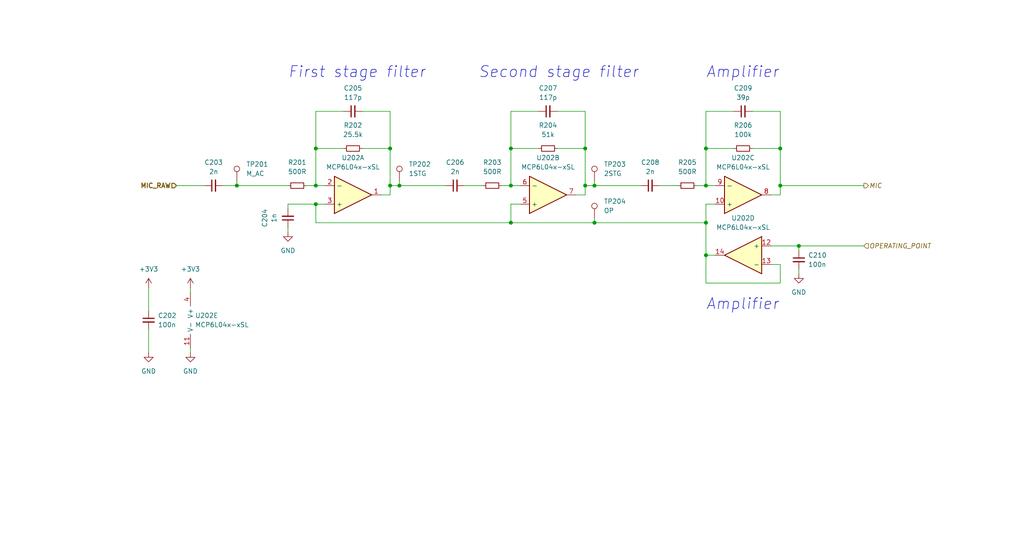
<source format=kicad_sch>
(kicad_sch (version 20211123) (generator eeschema)
  (paper "User" 280.01 150.012)
  (title_block (title "UltraSoundSensor") (date "2022-10-30") (rev "1.0") (company "Krystian Mirek"))
  (lib_symbols
    (symbol "Amplifier_Operational:MCP6L04x-xSL"
      (property "Reference" "U" (at 0 3.81 0))
      (property "Value" "MCP6L04x-xSL" (at 0 -3.81 0))
      (symbol "MCP6L04x-xSL_1_1"
        (polyline (pts (xy -5.08 5.08) (xy 5.08 0) (xy -5.08 -5.08) (xy -5.08 5.08)) (stroke (width 0.254)) (fill (type background)))
        (pin output line (at 7.62 0 180) (length 2.54) (name "~") (number "1"))
        (pin input line (at -7.62 -2.54 0) (length 2.54) (name "-") (number "2"))
        (pin input line (at -7.62 2.54 0) (length 2.54) (name "+") (number "3"))
      )
      (symbol "MCP6L04x-xSL_2_1"
        (polyline (pts (xy -5.08 5.08) (xy 5.08 0) (xy -5.08 -5.08) (xy -5.08 5.08)) (stroke (width 0.254)) (fill (type background)))
        (pin input line (at -7.62 2.54 0) (length 2.54) (name "+") (number "5"))
        (pin input line (at -7.62 -2.54 0) (length 2.54) (name "-") (number "6"))
        (pin output line (at 7.62 0 180) (length 2.54) (name "~") (number "7"))
      )
      (symbol "MCP6L04x-xSL_3_1"
        (polyline (pts (xy -5.08 5.08) (xy 5.08 0) (xy -5.08 -5.08) (xy -5.08 5.08)) (stroke (width 0.254)) (fill (type background)))
        (pin input line (at -7.62 2.54 0) (length 2.54) (name "+") (number "10"))
        (pin output line (at 7.62 0 180) (length 2.54) (name "~") (number "8"))
        (pin input line (at -7.62 -2.54 0) (length 2.54) (name "-") (number "9"))
      )
      (symbol "MCP6L04x-xSL_4_1"
        (polyline (pts (xy -5.08 5.08) (xy 5.08 0) (xy -5.08 -5.08) (xy -5.08 5.08)) (stroke (width 0.254)) (fill (type background)))
        (pin input line (at -7.62 2.54 0) (length 2.54) (name "+") (number "12"))
        (pin input line (at -7.62 -2.54 0) (length 2.54) (name "-") (number "13"))
        (pin output line (at 7.62 0 180) (length 2.54) (name "~") (number "14"))
      )
      (symbol "MCP6L04x-xSL_5_1"
        (pin power_in line (at -2.54 -7.62 90) (length 3.81) (name "V-") (number "11"))
        (pin power_in line (at -2.54 7.62 270) (length 3.81) (name "V+") (number "4"))
      )
    )
    (symbol "Connector:TestPoint" (pin_numbers hide) (pin_names (offset 0.762) hide)
      (property "Reference" "TP" (at 0 6.858 0))
      (property "Value" "TestPoint" (at 0 5.08 0))
      (symbol "TestPoint_0_1"
        (circle (center 0 3.302) (radius 0.762))
      )
      (symbol "TestPoint_1_1"
        (pin passive line (at 0 0 90) (length 2.54) (name "1") (number "1"))
      )
    )
    (symbol "Device:C_Small" (pin_numbers hide) (pin_names (offset 0.254) hide)
      (property "Reference" "C" (at 0.254 1.778 0))
      (property "Value" "C_Small" (at 0.254 -2.032 0))
      (symbol "C_Small_0_1"
        (polyline (pts (xy -1.524 -0.508) (xy 1.524 -0.508)) (stroke (width 0.3302)))
        (polyline (pts (xy -1.524 0.508) (xy 1.524 0.508)) (stroke (width 0.3048)))
      )
      (symbol "C_Small_1_1"
        (pin passive line (at 0 2.54 270) (length 2.032) (name "~") (number "1"))
        (pin passive line (at 0 -2.54 90) (length 2.032) (name "~") (number "2"))
      )
    )
    (symbol "Device:R_Small" (pin_numbers hide) (pin_names (offset 0.254) hide)
      (property "Reference" "R" (at 0.762 0.508 0))
      (property "Value" "R_Small" (at 0.762 -1.016 0))
      (symbol "R_Small_0_1"
        (rectangle (start -0.762 1.778) (end 0.762 -1.778) (stroke (width 0.2032)))
      )
      (symbol "R_Small_1_1"
        (pin passive line (at 0 2.54 270) (length 0.762) (name "~") (number "1"))
        (pin passive line (at 0 -2.54 90) (length 0.762) (name "~") (number "2"))
      )
    )
    (symbol "power:+3V3" (power) (pin_names (offset 0))
      (property "Value" "+3V3" (at 0 3.556 0))
      (symbol "+3V3_0_1"
        (polyline (pts (xy -0.762 1.27) (xy 0 2.54)))
        (polyline (pts (xy 0 0) (xy 0 2.54)))
        (polyline (pts (xy 0 2.54) (xy 0.762 1.27)))
      )
      (symbol "+3V3_1_1"
        (pin power_in line (at 0 0 90) (length 0) hide (name "+3V3") (number "1"))
      )
    )
    (symbol "power:GND" (power) (pin_names (offset 0))
      (property "Value" "GND" (at 0 -3.81 0))
      (symbol "GND_0_1"
        (polyline (pts (xy 0 0) (xy 0 -1.27) (xy 1.27 -1.27) (xy 0 -2.54) (xy -1.27 -1.27) (xy 0 -1.27)))
      )
      (symbol "GND_1_1"
        (pin power_in line (at 0 0 270) (length 0) hide (name "GND") (number "1"))
      )
    )
  )
  (junction (at 106.68 50.8))
  (junction (at 139.7 60.96))
  (junction (at 86.36 55.88))
  (junction (at 109.22 50.8))
  (junction (at 193.04 60.96))
  (junction (at 64.77 50.8))
  (junction (at 213.36 50.8))
  (junction (at 139.7 40.64))
  (junction (at 86.36 40.64))
  (junction (at 162.56 60.96))
  (junction (at 218.44 67.31))
  (junction (at 193.04 50.8))
  (junction (at 86.36 50.8))
  (junction (at 162.56 50.8))
  (junction (at 160.02 40.64))
  (junction (at 106.68 40.64))
  (junction (at 139.7 50.8))
  (junction (at 160.02 50.8))
  (junction (at 193.04 69.85))
  (junction (at 213.36 40.64))
  (junction (at 193.04 40.64))
  (wire (pts (xy 139.7 40.64) (xy 139.7 50.8)))
  (wire (pts (xy 193.04 40.64) (xy 193.04 50.8)))
  (wire (pts (xy 213.36 50.8) (xy 236.22 50.8)))
  (wire (pts (xy 193.04 50.8) (xy 195.58 50.8)))
  (wire (pts (xy 193.04 30.48) (xy 193.04 40.64)))
  (wire (pts (xy 190.5 50.8) (xy 193.04 50.8)))
  (wire (pts (xy 152.4 40.64) (xy 160.02 40.64)))
  (wire (pts (xy 210.82 72.39) (xy 213.36 72.39)))
  (wire (pts (xy 152.4 30.48) (xy 160.02 30.48)))
  (wire (pts (xy 48.26 50.8) (xy 55.88 50.8)))
  (wire (pts (xy 142.24 55.88) (xy 139.7 55.88)))
  (wire (pts (xy 193.04 55.88) (xy 193.04 60.96)))
  (wire (pts (xy 147.32 30.48) (xy 139.7 30.48)))
  (wire (pts (xy 93.98 40.64) (xy 86.36 40.64)))
  (wire (pts (xy 213.36 40.64) (xy 213.36 50.8)))
  (wire (pts (xy 193.04 69.85) (xy 195.58 69.85)))
  (wire (pts (xy 162.56 60.96) (xy 193.04 60.96)))
  (wire (pts (xy 162.56 59.69) (xy 162.56 60.96)))
  (wire (pts (xy 200.66 40.64) (xy 193.04 40.64)))
  (wire (pts (xy 86.36 30.48) (xy 86.36 40.64)))
  (wire (pts (xy 93.98 30.48) (xy 86.36 30.48)))
  (wire (pts (xy 218.44 67.31) (xy 218.44 68.58)))
  (wire (pts (xy 160.02 53.34) (xy 160.02 50.8)))
  (wire (pts (xy 213.36 72.39) (xy 213.36 77.47)))
  (wire (pts (xy 157.48 53.34) (xy 160.02 53.34)))
  (wire (pts (xy 162.56 50.8) (xy 175.26 50.8)))
  (wire (pts (xy 195.58 55.88) (xy 193.04 55.88)))
  (wire (pts (xy 210.82 67.31) (xy 218.44 67.31)))
  (wire (pts (xy 139.7 60.96) (xy 162.56 60.96)))
  (wire (pts (xy 137.16 50.8) (xy 139.7 50.8)))
  (wire (pts (xy 78.74 55.88) (xy 86.36 55.88)))
  (wire (pts (xy 162.56 49.53) (xy 162.56 50.8)))
  (wire (pts (xy 160.02 50.8) (xy 162.56 50.8)))
  (wire (pts (xy 160.02 40.64) (xy 160.02 50.8)))
  (wire (pts (xy 106.68 30.48) (xy 106.68 40.64)))
  (wire (pts (xy 60.96 50.8) (xy 64.77 50.8)))
  (wire (pts (xy 86.36 50.8) (xy 88.9 50.8)))
  (wire (pts (xy 200.66 30.48) (xy 193.04 30.48)))
  (wire (pts (xy 127 50.8) (xy 132.08 50.8)))
  (wire (pts (xy 160.02 30.48) (xy 160.02 40.64)))
  (wire (pts (xy 104.14 53.34) (xy 106.68 53.34)))
  (wire (pts (xy 64.77 50.8) (xy 78.74 50.8)))
  (wire (pts (xy 78.74 57.15) (xy 78.74 55.88)))
  (wire (pts (xy 78.74 62.23) (xy 78.74 63.5)))
  (wire (pts (xy 52.07 95.25) (xy 52.07 96.52)))
  (wire (pts (xy 109.22 49.53) (xy 109.22 50.8)))
  (wire (pts (xy 205.74 30.48) (xy 213.36 30.48)))
  (wire (pts (xy 139.7 50.8) (xy 142.24 50.8)))
  (wire (pts (xy 83.82 50.8) (xy 86.36 50.8)))
  (wire (pts (xy 106.68 50.8) (xy 109.22 50.8)))
  (wire (pts (xy 139.7 60.96) (xy 86.36 60.96)))
  (wire (pts (xy 109.22 50.8) (xy 121.92 50.8)))
  (wire (pts (xy 213.36 30.48) (xy 213.36 40.64)))
  (wire (pts (xy 99.06 30.48) (xy 106.68 30.48)))
  (wire (pts (xy 210.82 53.34) (xy 213.36 53.34)))
  (wire (pts (xy 193.04 69.85) (xy 193.04 60.96)))
  (wire (pts (xy 193.04 77.47) (xy 193.04 69.85)))
  (wire (pts (xy 99.06 40.64) (xy 106.68 40.64)))
  (wire (pts (xy 205.74 40.64) (xy 213.36 40.64)))
  (wire (pts (xy 180.34 50.8) (xy 185.42 50.8)))
  (wire (pts (xy 40.64 90.17) (xy 40.64 96.52)))
  (wire (pts (xy 106.68 40.64) (xy 106.68 50.8)))
  (wire (pts (xy 106.68 53.34) (xy 106.68 50.8)))
  (wire (pts (xy 213.36 53.34) (xy 213.36 50.8)))
  (wire (pts (xy 218.44 73.66) (xy 218.44 74.93)))
  (wire (pts (xy 86.36 60.96) (xy 86.36 55.88)))
  (wire (pts (xy 86.36 55.88) (xy 88.9 55.88)))
  (wire (pts (xy 218.44 67.31) (xy 236.22 67.31)))
  (wire (pts (xy 64.77 49.53) (xy 64.77 50.8)))
  (wire (pts (xy 52.07 78.74) (xy 52.07 80.01)))
  (wire (pts (xy 213.36 77.47) (xy 193.04 77.47)))
  (wire (pts (xy 139.7 30.48) (xy 139.7 40.64)))
  (wire (pts (xy 139.7 40.64) (xy 147.32 40.64)))
  (wire (pts (xy 40.64 78.74) (xy 40.64 85.09)))
  (wire (pts (xy 86.36 40.64) (xy 86.36 50.8)))
  (wire (pts (xy 139.7 55.88) (xy 139.7 60.96)))
  (text "Amplifier" (at 193.04 85.09 0) (effects (font (size 3 3) italic) (justify left bottom)))
  (text "Amplifier" (at 193.04 21.59 0) (effects (font (size 3 3) italic) (justify left bottom)))
  (text "First stage filter" (at 78.74 21.59 0) (effects (font (size 3 3) italic) (justify left bottom)))
  (text "Second stage filter" (at 130.81 21.59 0) (effects (font (size 3 3) italic) (justify left bottom)))
  (hierarchical_label "MIC" (shape output) (at 236.22 50.8 0) (effects (font italic)))
  (hierarchical_label "MIC_RAW" (shape input) (at 48.26 50.8 180) (effects (font bold)))
  (hierarchical_label "OPERATING_POINT" (shape input) (at 236.22 67.31 0) (effects (font italic)))
  (symbol (lib_id "power:+3V3") (at 40.64 78.74 0) (unit 1)
    (property "Reference" "#PWR0203" (effects hide))
    (property "Value" "+3V3" (at 40.64 73.66 0))
  )
  (symbol (lib_id "Amplifier_Operational:MCP6L04x-xSL") (at 54.61 87.63 0) (unit 5)
    (property "Reference" "U202" (at 53.34 86.3599 0) (effects (justify left)))
    (property "Value" "MCP6L04x-xSL" (at 53.34 88.8999 0) (effects (justify left)))
    (property "Footprint" "Package_SO:SOIC-14_3.9x8.7mm_P1.27mm" (effects hide))
    (property "Datasheet" "http://ww1.microchip.com/downloads/en/devicedoc/22140b.pdf" (effects hide))
  )
  (symbol (lib_id "Device:C_Small") (at 124.46 50.8 90) (unit 1)
    (property "Reference" "C206" (at 124.4663 44.45 90))
    (property "Value" "2n" (at 124.4663 46.99 90))
    (property "Footprint" "Capacitor_SMD:C_0603_1608Metric" (effects hide))
  )
  (symbol (lib_id "Device:C_Small") (at 218.44 71.12 0) (unit 1)
    (property "Reference" "C210" (at 220.98 69.8562 0) (effects (justify left)))
    (property "Value" "100n" (at 220.98 72.3962 0) (effects (justify left)))
    (property "Footprint" "Capacitor_SMD:C_0603_1608Metric" (effects hide))
  )
  (symbol (lib_id "Device:R_Small") (at 134.62 50.8 90) (unit 1)
    (property "Reference" "R203" (at 134.62 44.45 90))
    (property "Value" "500R" (at 134.62 46.99 90))
    (property "Footprint" "Resistor_SMD:R_0603_1608Metric" (effects hide))
  )
  (symbol (lib_id "power:+3V3") (at 52.07 78.74 0) (unit 1)
    (property "Reference" "#PWR0207" (effects hide))
    (property "Value" "+3V3" (at 52.07 73.66 0))
  )
  (symbol (lib_id "Device:R_Small") (at 187.96 50.8 90) (unit 1)
    (property "Reference" "R205" (at 187.96 44.45 90))
    (property "Value" "500R" (at 187.96 46.99 90))
    (property "Footprint" "Resistor_SMD:R_0603_1608Metric" (effects hide))
  )
  (symbol (lib_id "Device:C_Small") (at 58.42 50.8 90) (unit 1)
    (property "Reference" "C203" (at 58.4263 44.45 90))
    (property "Value" "2n" (at 58.4263 46.99 90))
    (property "Footprint" "Capacitor_SMD:C_0603_1608Metric" (effects hide))
  )
  (symbol (lib_id "Device:C_Small") (at 177.8 50.8 90) (unit 1)
    (property "Reference" "C208" (at 177.8063 44.45 90))
    (property "Value" "2n" (at 177.8063 46.99 90))
    (property "Footprint" "Capacitor_SMD:C_0603_1608Metric" (effects hide))
  )
  (symbol (lib_id "Device:C_Small") (at 40.64 87.63 0) (unit 1)
    (property "Reference" "C202" (at 43.18 86.3662 0) (effects (justify left)))
    (property "Value" "100n" (at 43.18 88.9062 0) (effects (justify left)))
    (property "Footprint" "Capacitor_SMD:C_0603_1608Metric" (effects hide))
  )
  (symbol (lib_id "Connector:TestPoint") (at 64.77 49.53 0) (unit 1)
    (property "Reference" "TP201" (at 67.31 44.9579 0) (effects (justify left)))
    (property "Value" "M_AC" (at 67.31 47.4979 0) (effects (justify left)))
    (property "Footprint" "TestPoint:TestPoint_Pad_D1.0mm" (effects hide))
  )
  (symbol (lib_id "Device:C_Small") (at 96.52 30.48 90) (unit 1)
    (property "Reference" "C205" (at 96.5263 24.13 90))
    (property "Value" "117p" (at 96.5263 26.67 90))
    (property "Footprint" "Capacitor_SMD:C_0603_1608Metric" (effects hide))
  )
  (symbol (lib_id "power:GND") (at 218.44 74.93 0) (unit 1)
    (property "Reference" "#PWR0168" (effects hide))
    (property "Value" "GND" (at 218.44 80.01 0))
  )
  (symbol (lib_id "Device:R_Small") (at 81.28 50.8 90) (unit 1)
    (property "Reference" "R201" (at 81.28 44.45 90))
    (property "Value" "500R" (at 81.28 46.99 90))
    (property "Footprint" "Resistor_SMD:R_0603_1608Metric" (effects hide))
  )
  (symbol (lib_id "Amplifier_Operational:MCP6L04x-xSL") (at 149.86 53.34 0) (mirror x) (unit 2)
    (property "Reference" "U202" (at 149.86 43.18 0))
    (property "Value" "MCP6L04x-xSL" (at 149.86 45.72 0))
    (property "Footprint" "Package_SO:SOIC-14_3.9x8.7mm_P1.27mm" (effects hide))
    (property "Datasheet" "http://ww1.microchip.com/downloads/en/devicedoc/22140b.pdf" (effects hide))
  )
  (symbol (lib_id "Device:C_Small") (at 78.74 59.69 180) (unit 1)
    (property "Reference" "C204" (at 72.39 59.6837 90))
    (property "Value" "1n" (at 74.93 59.6837 90))
    (property "Footprint" "Capacitor_SMD:C_0603_1608Metric" (effects hide))
  )
  (symbol (lib_id "Device:R_Small") (at 96.52 40.64 90) (unit 1)
    (property "Reference" "R202" (at 96.52 34.29 90))
    (property "Value" "25.5k" (at 96.52 36.83 90))
    (property "Footprint" "Resistor_SMD:R_0603_1608Metric" (effects hide))
  )
  (symbol (lib_id "Device:C_Small") (at 203.2 30.48 90) (unit 1)
    (property "Reference" "C209" (at 203.2063 24.13 90))
    (property "Value" "39p" (at 203.2063 26.67 90))
    (property "Footprint" "Capacitor_SMD:C_0603_1608Metric" (effects hide))
  )
  (symbol (lib_id "Device:R_Small") (at 149.86 40.64 90) (unit 1)
    (property "Reference" "R204" (at 149.86 34.29 90))
    (property "Value" "51k" (at 149.86 36.83 90))
    (property "Footprint" "Resistor_SMD:R_0603_1608Metric" (effects hide))
  )
  (symbol (lib_id "Amplifier_Operational:MCP6L04x-xSL") (at 203.2 53.34 0) (mirror x) (unit 3)
    (property "Reference" "U202" (at 203.2 43.18 0))
    (property "Value" "MCP6L04x-xSL" (at 203.2 45.72 0))
    (property "Footprint" "Package_SO:SOIC-14_3.9x8.7mm_P1.27mm" (effects hide))
    (property "Datasheet" "http://ww1.microchip.com/downloads/en/devicedoc/22140b.pdf" (effects hide))
  )
  (symbol (lib_id "Device:R_Small") (at 203.2 40.64 90) (unit 1)
    (property "Reference" "R206" (at 203.2 34.29 90))
    (property "Value" "100k" (at 203.2 36.83 90))
    (property "Footprint" "Resistor_SMD:R_0603_1608Metric" (effects hide))
  )
  (symbol (lib_id "Amplifier_Operational:MCP6L04x-xSL") (at 203.2 69.85 0) (mirror y) (unit 4)
    (property "Reference" "U202" (at 203.2 59.69 0))
    (property "Value" "MCP6L04x-xSL" (at 203.2 62.23 0))
    (property "Footprint" "Package_SO:SOIC-14_3.9x8.7mm_P1.27mm" (effects hide))
    (property "Datasheet" "http://ww1.microchip.com/downloads/en/devicedoc/22140b.pdf" (effects hide))
  )
  (symbol (lib_id "Connector:TestPoint") (at 162.56 59.69 0) (unit 1)
    (property "Reference" "TP204" (at 165.1 55.1179 0) (effects (justify left)))
    (property "Value" "OP" (at 165.1 57.6579 0) (effects (justify left)))
    (property "Footprint" "TestPoint:TestPoint_Pad_D1.0mm" (effects hide))
  )
  (symbol (lib_id "Connector:TestPoint") (at 162.56 49.53 0) (unit 1)
    (property "Reference" "TP203" (at 165.1 44.9579 0) (effects (justify left)))
    (property "Value" "2STG" (at 165.1 47.4979 0) (effects (justify left)))
    (property "Footprint" "TestPoint:TestPoint_Pad_D1.0mm" (effects hide))
  )
  (symbol (lib_id "Device:C_Small") (at 149.86 30.48 90) (unit 1)
    (property "Reference" "C207" (at 149.8663 24.13 90))
    (property "Value" "117p" (at 149.8663 26.67 90))
    (property "Footprint" "Capacitor_SMD:C_0603_1608Metric" (effects hide))
  )
  (symbol (lib_id "power:GND") (at 52.07 96.52 0) (unit 1)
    (property "Reference" "#PWR0166" (effects hide))
    (property "Value" "GND" (at 52.07 101.6 0))
  )
  (symbol (lib_id "Connector:TestPoint") (at 109.22 49.53 0) (unit 1)
    (property "Reference" "TP202" (at 111.76 44.9579 0) (effects (justify left)))
    (property "Value" "1STG" (at 111.76 47.4979 0) (effects (justify left)))
    (property "Footprint" "TestPoint:TestPoint_Pad_D1.0mm" (effects hide))
  )
  (symbol (lib_id "Amplifier_Operational:MCP6L04x-xSL") (at 96.52 53.34 0) (mirror x) (unit 1)
    (property "Reference" "U202" (at 96.52 43.18 0))
    (property "Value" "MCP6L04x-xSL" (at 96.52 45.72 0))
    (property "Footprint" "Package_SO:SOIC-14_3.9x8.7mm_P1.27mm" (effects hide))
    (property "Datasheet" "http://ww1.microchip.com/downloads/en/devicedoc/22140b.pdf" (effects hide))
  )
  (symbol (lib_id "power:GND") (at 78.74 63.5 0) (unit 1)
    (property "Reference" "#PWR0165" (effects hide))
    (property "Value" "GND" (at 78.74 68.58 0))
  )
  (symbol (lib_id "power:GND") (at 40.64 96.52 0) (unit 1)
    (property "Reference" "#PWR0167" (effects hide))
    (property "Value" "GND" (at 40.64 101.6 0))
  )
)
</source>
